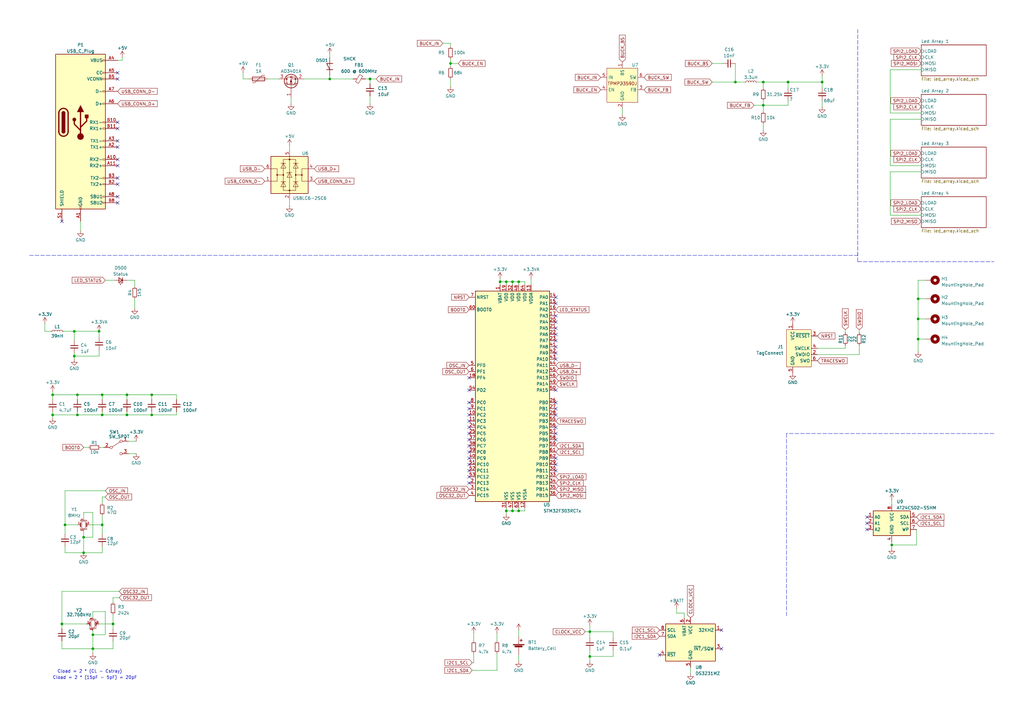
<source format=kicad_sch>
(kicad_sch (version 20230121) (generator eeschema)
  (paper "A3")
  (title_block (title "Wordclock") (rev "0.0.1"))
  (junction (at 376.555 130.81))
  (junction (at 34.29 226.695))
  (junction (at 301.625 33.655))
  (junction (at 30.48 135.89))
  (junction (at 313.055 33.655))
  (junction (at 31.75 170.18))
  (junction (at 376.555 139.065))
  (junction (at 41.91 170.18))
  (junction (at 323.215 33.655))
  (junction (at 30.48 146.05))
  (junction (at 210.185 115.57))
  (junction (at 337.185 33.655))
  (junction (at 210.185 209.55))
  (junction (at 41.91 215.265))
  (junction (at 40.64 135.89))
  (junction (at 21.59 161.925))
  (junction (at 313.055 43.18))
  (junction (at 41.91 161.925))
  (junction (at 38.1 266.065))
  (junction (at 52.07 170.18))
  (junction (at 151.765 32.385))
  (junction (at 46.355 255.905))
  (junction (at 212.725 115.57))
  (junction (at 62.23 170.18))
  (junction (at 38.1 260.35))
  (junction (at 135.255 32.385))
  (junction (at 241.935 269.24))
  (junction (at 365.76 223.52))
  (junction (at 241.935 259.08))
  (junction (at 207.645 209.55))
  (junction (at 184.785 26.035))
  (junction (at 26.67 215.265))
  (junction (at 205.105 115.57))
  (junction (at 31.75 161.925))
  (junction (at 207.645 115.57))
  (junction (at 25.4 255.905))
  (junction (at 52.07 161.925))
  (junction (at 212.725 209.55))
  (junction (at 34.29 220.345))
  (junction (at 62.23 161.925))
  (junction (at 376.555 122.555))
  (junction (at 21.59 170.18))
  (no_connect (at 227.965 177.8))
  (no_connect (at 227.965 147.32))
  (no_connect (at 227.965 193.04))
  (no_connect (at 192.405 165.1))
  (no_connect (at 227.965 165.1))
  (no_connect (at 48.26 52.705))
  (no_connect (at 192.405 190.5))
  (no_connect (at 295.91 266.065))
  (no_connect (at 227.965 121.92))
  (no_connect (at 227.965 167.64))
  (no_connect (at 192.405 185.42))
  (no_connect (at 48.26 67.945))
  (no_connect (at 192.405 182.88))
  (no_connect (at 227.965 160.02))
  (no_connect (at 227.965 190.5))
  (no_connect (at 192.405 154.94))
  (no_connect (at 192.405 170.18))
  (no_connect (at 25.4 90.805))
  (no_connect (at 355.6 214.63))
  (no_connect (at 227.965 132.08))
  (no_connect (at 48.26 73.025))
  (no_connect (at 192.405 195.58))
  (no_connect (at 48.26 32.385))
  (no_connect (at 192.405 187.96))
  (no_connect (at 227.965 139.7))
  (no_connect (at 227.965 129.54))
  (no_connect (at 192.405 167.64))
  (no_connect (at 227.965 144.78))
  (no_connect (at 227.965 187.96))
  (no_connect (at 192.405 160.02))
  (no_connect (at 48.26 80.645))
  (no_connect (at 270.51 268.605))
  (no_connect (at 192.405 177.8))
  (no_connect (at 48.26 65.405))
  (no_connect (at 355.6 212.09))
  (no_connect (at 192.405 193.04))
  (no_connect (at 192.405 180.34))
  (no_connect (at 192.405 198.12))
  (no_connect (at 227.965 134.62))
  (no_connect (at 48.26 50.165))
  (no_connect (at 227.965 180.34))
  (no_connect (at 48.26 60.325))
  (no_connect (at 227.965 137.16))
  (no_connect (at 192.405 172.72))
  (no_connect (at 192.405 175.26))
  (no_connect (at 355.6 217.17))
  (no_connect (at 227.965 175.26))
  (no_connect (at 227.965 124.46))
  (no_connect (at 48.26 57.785))
  (no_connect (at 48.26 83.185))
  (no_connect (at 227.965 142.24))
  (no_connect (at 48.26 29.845))
  (no_connect (at 48.26 75.565))
  (no_connect (at 295.91 258.445))
  (no_connect (at 227.965 170.18))
  (wire (pts (xy 301.625 33.655) (xy 305.435 33.655)))
  (wire (pts (xy 26.67 224.155) (xy 26.67 226.695)))
  (wire (pts (xy 72.39 161.925) (xy 72.39 163.83)))
  (wire (pts (xy 52.705 180.975) (xy 55.88 180.975)))
  (wire (pts (xy 36.83 215.265) (xy 41.91 215.265)))
  (wire (pts (xy 46.355 245.11) (xy 48.895 245.11)))
  (wire (pts (xy 41.91 224.155) (xy 41.91 226.695)))
  (wire (pts (xy 25.4 255.905) (xy 35.56 255.905)))
  (wire (pts (xy 309.245 43.18) (xy 313.055 43.18)))
  (wire (pts (xy 352.425 141.605) (xy 352.425 145.415)))
  (wire (pts (xy 376.555 114.935) (xy 379.73 114.935)))
  (wire (pts (xy 52.07 161.925) (xy 52.07 163.83)))
  (wire (pts (xy 33.02 90.805) (xy 33.02 94.615)))
  (wire (pts (xy 215.265 115.57) (xy 215.265 116.84)))
  (wire (pts (xy 21.59 161.925) (xy 31.75 161.925)))
  (wire (pts (xy 30.48 135.89) (xy 26.035 135.89)))
  (wire (pts (xy 210.185 208.28) (xy 210.185 209.55)))
  (wire (pts (xy 26.67 201.295) (xy 26.67 215.265)))
  (wire (pts (xy 212.725 115.57) (xy 212.725 116.84)))
  (wire (pts (xy 151.765 32.385) (xy 154.305 32.385)))
  (wire (pts (xy 21.59 161.925) (xy 21.59 163.83)))
  (wire (pts (xy 62.23 163.83) (xy 62.23 161.925)))
  (wire (pts (xy 207.645 209.55) (xy 210.185 209.55)))
  (wire (pts (xy 41.91 215.265) (xy 41.91 219.075)))
  (wire (pts (xy 210.185 209.55) (xy 212.725 209.55)))
  (wire (pts (xy 365.125 88.265) (xy 377.825 88.265)))
  (wire (pts (xy 99.695 32.385) (xy 102.235 32.385)))
  (wire (pts (xy 365.125 48.895) (xy 365.125 67.945)))
  (wire (pts (xy 62.23 170.18) (xy 72.39 170.18)))
  (wire (pts (xy 21.59 170.18) (xy 31.75 170.18)))
  (wire (pts (xy 241.935 256.54) (xy 241.935 259.08)))
  (wire (pts (xy 207.645 209.55) (xy 207.645 210.82)))
  (wire (pts (xy 149.86 32.385) (xy 151.765 32.385)))
  (wire (pts (xy 210.185 115.57) (xy 210.185 116.84)))
  (wire (pts (xy 212.725 115.57) (xy 215.265 115.57)))
  (wire (pts (xy 194.31 259.715) (xy 194.31 262.89)))
  (wire (pts (xy 31.75 161.925) (xy 41.91 161.925)))
  (wire (pts (xy 34.29 220.345) (xy 34.29 226.695)))
  (wire (pts (xy 38.1 260.35) (xy 38.1 258.445)))
  (wire (pts (xy 124.46 32.385) (xy 135.255 32.385)))
  (wire (pts (xy 365.125 46.355) (xy 377.825 46.355)))
  (wire (pts (xy 352.425 145.415) (xy 335.28 145.415)))
  (wire (pts (xy 241.935 269.24) (xy 241.935 271.145)))
  (wire (pts (xy 30.48 139.7) (xy 30.48 135.89)))
  (wire (pts (xy 34.29 212.725) (xy 34.29 210.185)))
  (wire (pts (xy 38.1 253.365) (xy 38.1 250.825)))
  (wire (pts (xy 50.165 23.495) (xy 50.165 24.765)))
  (wire (pts (xy 46.355 252.095) (xy 46.355 255.905)))
  (wire (pts (xy 217.805 114.3) (xy 217.805 116.84)))
  (wire (pts (xy 377.825 70.485) (xy 365.125 70.485)))
  (wire (pts (xy 38.1 260.35) (xy 38.1 266.065)))
  (wire (pts (xy 43.18 114.935) (xy 46.99 114.935)))
  (wire (pts (xy 41.91 161.925) (xy 41.91 163.83)))
  (wire (pts (xy 151.765 32.385) (xy 151.765 34.29)))
  (wire (pts (xy 41.91 168.91) (xy 41.91 170.18)))
  (wire (pts (xy 323.215 33.655) (xy 323.215 36.195)))
  (wire (pts (xy 346.71 142.875) (xy 335.28 142.875)))
  (wire (pts (xy 292.1 26.035) (xy 296.545 26.035)))
  (wire (pts (xy 18.415 132.715) (xy 18.415 135.89)))
  (wire (pts (xy 72.39 170.18) (xy 72.39 168.91)))
  (wire (pts (xy 212.725 208.28) (xy 212.725 209.55)))
  (wire (pts (xy 26.67 219.075) (xy 26.67 215.265)))
  (wire (pts (xy 313.055 41.275) (xy 313.055 43.18)))
  (wire (pts (xy 43.18 201.295) (xy 26.67 201.295)))
  (wire (pts (xy 41.91 161.925) (xy 52.07 161.925)))
  (wire (pts (xy 365.125 67.945) (xy 377.825 67.945)))
  (wire (pts (xy 251.46 259.08) (xy 251.46 261.62)))
  (wire (pts (xy 283.21 273.685) (xy 283.21 276.225)))
  (wire (pts (xy 38.1 250.825) (xy 43.18 250.825)))
  (wire (pts (xy 118.745 81.915) (xy 118.745 84.455)))
  (wire (pts (xy 365.76 222.25) (xy 365.76 223.52)))
  (wire (pts (xy 193.675 274.955) (xy 203.835 274.955)))
  (wire (pts (xy 377.825 48.895) (xy 365.125 48.895)))
  (wire (pts (xy 41.91 211.455) (xy 41.91 215.265)))
  (wire (pts (xy 184.785 32.385) (xy 184.785 35.56)))
  (wire (pts (xy 31.75 170.18) (xy 41.91 170.18)))
  (wire (pts (xy 38.1 220.345) (xy 34.29 220.345)))
  (wire (pts (xy 184.785 26.035) (xy 184.785 27.305)))
  (wire (pts (xy 30.48 146.05) (xy 40.64 146.05)))
  (wire (pts (xy 135.255 32.385) (xy 144.78 32.385)))
  (wire (pts (xy 205.105 115.57) (xy 205.105 116.84)))
  (wire (pts (xy 40.64 255.905) (xy 46.355 255.905)))
  (wire (pts (xy 31.75 161.925) (xy 31.75 163.83)))
  (wire (pts (xy 46.355 262.89) (xy 46.355 266.065)))
  (wire (pts (xy 18.415 135.89) (xy 20.955 135.89)))
  (wire (pts (xy 207.645 115.57) (xy 207.645 116.84)))
  (wire (pts (xy 205.105 114.3) (xy 205.105 115.57)))
  (wire (pts (xy 277.495 251.46) (xy 280.67 251.46)))
  (wire (pts (xy 184.785 24.13) (xy 184.785 26.035)))
  (wire (pts (xy 241.935 259.08) (xy 241.935 261.62)))
  (wire (pts (xy 277.495 249.555) (xy 277.495 251.46)))
  (wire (pts (xy 181.61 17.78) (xy 184.785 17.78)))
  (wire (pts (xy 151.765 39.37) (xy 151.765 42.545)))
  (wire (pts (xy 210.185 115.57) (xy 212.725 115.57)))
  (wire (pts (xy 40.64 146.05) (xy 40.64 143.51)))
  (wire (pts (xy 55.245 114.935) (xy 55.245 117.475)))
  (wire (pts (xy 376.555 139.065) (xy 379.73 139.065)))
  (wire (pts (xy 376.555 139.065) (xy 376.555 130.81)))
  (wire (pts (xy 118.745 59.69) (xy 118.745 61.595)))
  (wire (pts (xy 25.4 255.905) (xy 25.4 242.57)))
  (wire (pts (xy 337.185 41.275) (xy 337.185 43.815)))
  (wire (pts (xy 365.76 205.105) (xy 365.76 207.01)))
  (polyline (pts (xy 351.79 107.315) (xy 407.67 107.315)) (stroke (width 0) (type dash)))
  (wire (pts (xy 365.76 223.52) (xy 375.92 223.52)))
  (polyline (pts (xy 12.065 104.775) (xy 351.79 104.775)) (stroke (width 0) (type dash)))
  (wire (pts (xy 376.555 122.555) (xy 376.555 114.935)))
  (wire (pts (xy 43.18 260.35) (xy 38.1 260.35)))
  (wire (pts (xy 41.275 183.515) (xy 42.545 183.515)))
  (wire (pts (xy 323.215 43.18) (xy 313.055 43.18)))
  (wire (pts (xy 280.67 251.46) (xy 280.67 253.365)))
  (wire (pts (xy 52.705 186.055) (xy 55.88 186.055)))
  (wire (pts (xy 46.355 266.065) (xy 38.1 266.065)))
  (wire (pts (xy 135.255 31.115) (xy 135.255 32.385)))
  (wire (pts (xy 375.92 223.52) (xy 375.92 217.17)))
  (wire (pts (xy 187.96 26.035) (xy 184.785 26.035)))
  (wire (pts (xy 43.18 250.825) (xy 43.18 260.35)))
  (polyline (pts (xy 322.58 177.8) (xy 322.58 252.73)) (stroke (width 0) (type dash)))
  (wire (pts (xy 109.855 32.385) (xy 114.3 32.385)))
  (wire (pts (xy 207.645 208.28) (xy 207.645 209.55)))
  (wire (pts (xy 41.91 203.835) (xy 41.91 206.375)))
  (wire (pts (xy 46.355 247.015) (xy 46.355 245.11)))
  (wire (pts (xy 21.59 168.91) (xy 21.59 170.18)))
  (wire (pts (xy 34.29 217.805) (xy 34.29 220.345)))
  (wire (pts (xy 38.1 210.185) (xy 38.1 220.345)))
  (wire (pts (xy 207.645 115.57) (xy 210.185 115.57)))
  (wire (pts (xy 323.215 33.655) (xy 337.185 33.655)))
  (wire (pts (xy 346.71 135.255) (xy 346.71 136.525)))
  (wire (pts (xy 203.835 274.955) (xy 203.835 267.97)))
  (wire (pts (xy 52.07 114.935) (xy 55.245 114.935)))
  (wire (pts (xy 41.91 170.18) (xy 52.07 170.18)))
  (wire (pts (xy 34.29 183.515) (xy 36.195 183.515)))
  (wire (pts (xy 52.07 168.91) (xy 52.07 170.18)))
  (wire (pts (xy 31.75 168.91) (xy 31.75 170.18)))
  (wire (pts (xy 346.71 141.605) (xy 346.71 142.875)))
  (wire (pts (xy 313.055 50.8) (xy 313.055 53.34)))
  (wire (pts (xy 313.055 33.655) (xy 313.055 36.195)))
  (wire (pts (xy 212.725 268.605) (xy 212.725 271.145)))
  (wire (pts (xy 40.64 138.43) (xy 40.64 135.89)))
  (wire (pts (xy 301.625 26.035) (xy 301.625 33.655)))
  (wire (pts (xy 215.265 209.55) (xy 215.265 208.28)))
  (wire (pts (xy 40.64 135.89) (xy 30.48 135.89)))
  (wire (pts (xy 313.055 33.655) (xy 323.215 33.655)))
  (wire (pts (xy 365.76 223.52) (xy 365.76 224.79)))
  (wire (pts (xy 50.165 24.765) (xy 48.26 24.765)))
  (polyline (pts (xy 351.79 104.775) (xy 351.79 103.505)))
  (wire (pts (xy 46.355 255.905) (xy 46.355 257.81)))
  (wire (pts (xy 365.125 28.575) (xy 365.125 46.355)))
  (wire (pts (xy 30.48 146.05) (xy 30.48 147.32)))
  (wire (pts (xy 41.91 226.695) (xy 34.29 226.695)))
  (wire (pts (xy 241.935 259.08) (xy 251.46 259.08)))
  (wire (pts (xy 25.4 242.57) (xy 48.895 242.57)))
  (wire (pts (xy 62.23 168.91) (xy 62.23 170.18)))
  (wire (pts (xy 26.67 215.265) (xy 31.75 215.265)))
  (wire (pts (xy 352.425 135.255) (xy 352.425 136.525)))
  (wire (pts (xy 193.675 271.78) (xy 194.31 271.78)))
  (wire (pts (xy 376.555 130.81) (xy 376.555 122.555)))
  (wire (pts (xy 323.215 41.275) (xy 323.215 43.18)))
  (wire (pts (xy 365.125 70.485) (xy 365.125 88.265)))
  (wire (pts (xy 203.835 259.715) (xy 203.835 262.89)))
  (wire (pts (xy 25.4 257.81) (xy 25.4 255.905)))
  (wire (pts (xy 376.555 144.145) (xy 376.555 139.065)))
  (wire (pts (xy 337.185 31.115) (xy 337.185 33.655)))
  (wire (pts (xy 212.725 258.445) (xy 212.725 260.985)))
  (wire (pts (xy 99.695 29.845) (xy 99.695 32.385)))
  (wire (pts (xy 21.59 160.655) (xy 21.59 161.925)))
  (wire (pts (xy 21.59 170.18) (xy 21.59 171.45)))
  (wire (pts (xy 205.105 115.57) (xy 207.645 115.57)))
  (wire (pts (xy 313.055 43.18) (xy 313.055 45.72)))
  (wire (pts (xy 135.255 22.225) (xy 135.255 23.495)))
  (wire (pts (xy 241.935 266.7) (xy 241.935 269.24)))
  (wire (pts (xy 337.185 33.655) (xy 337.185 36.195)))
  (wire (pts (xy 25.4 262.89) (xy 25.4 266.065)))
  (wire (pts (xy 52.07 170.18) (xy 62.23 170.18)))
  (wire (pts (xy 376.555 130.81) (xy 379.73 130.81)))
  (wire (pts (xy 25.4 266.065) (xy 38.1 266.065)))
  (wire (pts (xy 301.625 33.655) (xy 292.1 33.655)))
  (wire (pts (xy 251.46 269.24) (xy 241.935 269.24)))
  (wire (pts (xy 52.07 161.925) (xy 62.23 161.925)))
  (wire (pts (xy 26.67 226.695) (xy 34.29 226.695)))
  (wire (pts (xy 377.825 28.575) (xy 365.125 28.575)))
  (wire (pts (xy 251.46 266.7) (xy 251.46 269.24)))
  (wire (pts (xy 55.245 122.555) (xy 55.245 126.365)))
  (wire (pts (xy 38.1 266.065) (xy 38.1 267.97)))
  (wire (pts (xy 212.725 209.55) (xy 215.265 209.55)))
  (wire (pts (xy 43.18 203.835) (xy 41.91 203.835)))
  (wire (pts (xy 34.29 210.185) (xy 38.1 210.185)))
  (wire (pts (xy 30.48 144.78) (xy 30.48 146.05)))
  (wire (pts (xy 310.515 33.655) (xy 313.055 33.655)))
  (polyline (pts (xy 407.67 177.8) (xy 322.58 177.8)) (stroke (width 0) (type dash)))
  (wire (pts (xy 62.23 161.925) (xy 72.39 161.925)))
  (wire (pts (xy 376.555 122.555) (xy 379.73 122.555)))
  (wire (pts (xy 255.27 44.45) (xy 255.27 46.99)))
  (polyline (pts (xy 351.79 107.315) (xy 351.79 12.065)) (stroke (width 0) (type dash)))
  (wire (pts (xy 184.785 17.78) (xy 184.785 19.05)))
  (wire (pts (xy 240.03 259.08) (xy 241.935 259.08)))
  (wire (pts (xy 119.38 40.005) (xy 119.38 42.545)))
  (wire (pts (xy 194.31 271.78) (xy 194.31 267.97)))
  (text "Cload = 2 * (15pF - 5pF) = 20pF" (at 21.59 278.765 0) (effects (font (size 1.27 1.27)) (justify left bottom)))
  (text "Cload = 2 * (CL - Cstray)" (at 23.495 276.225 0) (effects (font (size 1.27 1.27)) (justify left bottom)))
  (global_label "OSC_IN" (shape input) (at 43.18 201.295 0) (property "Intersheetrefs" "${INTERSHEET_REFS}" (effects hide)))
  (global_label "SPI2_LOAD" (shape input) (at 377.825 20.955 180) (property "Intersheetrefs" "${INTERSHEET_REFS}" (effects hide)))
  (global_label "OSC_OUT" (shape input) (at 192.405 152.4 180) (property "Intersheetrefs" "${INTERSHEET_REFS}" (effects hide)))
  (global_label "BUCK_IN" (shape input) (at 154.305 32.385 0) (property "Intersheetrefs" "${INTERSHEET_REFS}" (effects hide)))
  (global_label "BUCK_FB" (shape input) (at 309.245 43.18 180) (property "Intersheetrefs" "${INTERSHEET_REFS}" (effects hide)))
  (global_label "OSC_IN" (shape input) (at 192.405 149.86 180) (property "Intersheetrefs" "${INTERSHEET_REFS}" (effects hide)))
  (global_label "I2C1_SCL" (shape input) (at 227.965 185.42 0) (property "Intersheetrefs" "${INTERSHEET_REFS}" (effects hide)))
  (global_label "I2C1_SDA" (shape input) (at 193.675 274.955 180) (property "Intersheetrefs" "${INTERSHEET_REFS}" (effects hide)))
  (global_label "USB_D+" (shape input) (at 227.965 152.4 0) (property "Intersheetrefs" "${INTERSHEET_REFS}" (effects hide)))
  (global_label "USB_D-" (shape input) (at 108.585 69.215 180) (property "Intersheetrefs" "${INTERSHEET_REFS}" (effects hide)))
  (global_label "I2C1_SDA" (shape input) (at 270.51 260.985 180) (property "Intersheetrefs" "${INTERSHEET_REFS}" (effects hide)))
  (global_label "CLOCK_VCC" (shape input) (at 240.03 259.08 180) (property "Intersheetrefs" "${INTERSHEET_REFS}" (effects hide)))
  (global_label "OSC32_OUT" (shape input) (at 192.405 203.2 180) (property "Intersheetrefs" "${INTERSHEET_REFS}" (effects hide)))
  (global_label "USB_D-" (shape input) (at 227.965 149.86 0) (property "Intersheetrefs" "${INTERSHEET_REFS}" (effects hide)))
  (global_label "SPI2_LOAD" (shape input) (at 377.825 62.865 180) (property "Intersheetrefs" "${INTERSHEET_REFS}" (effects hide)))
  (global_label "SPI2_MOSI" (shape input) (at 377.825 26.035 180) (property "Intersheetrefs" "${INTERSHEET_REFS}" (effects hide)))
  (global_label "BOOT0" (shape input) (at 34.29 183.515 180) (property "Intersheetrefs" "${INTERSHEET_REFS}" (effects hide)))
  (global_label "BUCK_SW" (shape input) (at 292.1 33.655 180) (property "Intersheetrefs" "${INTERSHEET_REFS}" (effects hide)))
  (global_label "BUCK_SW" (shape input) (at 264.16 31.75 0) (property "Intersheetrefs" "${INTERSHEET_REFS}" (effects hide)))
  (global_label "BUCK_IN" (shape input) (at 246.38 31.75 180) (property "Intersheetrefs" "${INTERSHEET_REFS}" (effects hide)))
  (global_label "SPI2_MISO" (shape input) (at 227.965 200.66 0) (property "Intersheetrefs" "${INTERSHEET_REFS}" (effects hide)))
  (global_label "SPI2_MOSI" (shape input) (at 227.965 203.2 0) (property "Intersheetrefs" "${INTERSHEET_REFS}" (effects hide)))
  (global_label "NRST" (shape input) (at 192.405 121.92 180) (property "Intersheetrefs" "${INTERSHEET_REFS}" (effects hide)))
  (global_label "I2C1_SCL" (shape input) (at 270.51 258.445 180) (property "Intersheetrefs" "${INTERSHEET_REFS}" (effects hide)))
  (global_label "SPI2_MISO" (shape input) (at 377.825 90.805 180) (property "Intersheetrefs" "${INTERSHEET_REFS}" (effects hide)))
  (global_label "USB_D+" (shape input) (at 128.905 69.215 0) (property "Intersheetrefs" "${INTERSHEET_REFS}" (effects hide)))
  (global_label "BUCK_EN" (shape input) (at 246.38 36.83 180) (property "Intersheetrefs" "${INTERSHEET_REFS}" (effects hide)))
  (global_label "BUCK_IN" (shape input) (at 181.61 17.78 180) (property "Intersheetrefs" "${INTERSHEET_REFS}" (effects hide)))
  (global_label "SPI2_LOAD" (shape input) (at 377.825 41.275 180) (property "Intersheetrefs" "${INTERSHEET_REFS}" (effects hide)))
  (global_label "I2C1_SDA" (shape input) (at 375.92 212.09 0) (property "Intersheetrefs" "${INTERSHEET_REFS}" (effects hide)))
  (global_label "USB_CONN_D+" (shape input) (at 128.905 74.295 0) (property "Intersheetrefs" "${INTERSHEET_REFS}" (effects hide)))
  (global_label "SPI2_LOAD" (shape input) (at 227.965 195.58 0) (property "Intersheetrefs" "${INTERSHEET_REFS}" (effects hide)))
  (global_label "BUCK_EN" (shape input) (at 187.96 26.035 0) (property "Intersheetrefs" "${INTERSHEET_REFS}" (effects hide)))
  (global_label "USB_CONN_D-" (shape input) (at 48.26 37.465 0) (property "Intersheetrefs" "${INTERSHEET_REFS}" (effects hide)))
  (global_label "BUCK_FB" (shape input) (at 264.16 36.83 0) (property "Intersheetrefs" "${INTERSHEET_REFS}" (effects hide)))
  (global_label "SPI2_CLK" (shape input) (at 377.825 85.725 180) (property "Intersheetrefs" "${INTERSHEET_REFS}" (effects hide)))
  (global_label "USB_CONN_D+" (shape input) (at 48.26 42.545 0) (property "Intersheetrefs" "${INTERSHEET_REFS}" (effects hide)))
  (global_label "SWDIO" (shape input) (at 352.425 135.255 90) (property "Intersheetrefs" "${INTERSHEET_REFS}" (effects hide)))
  (global_label "OSC_OUT" (shape input) (at 43.18 203.835 0) (property "Intersheetrefs" "${INTERSHEET_REFS}" (effects hide)))
  (global_label "OSC32_IN" (shape input) (at 192.405 200.66 180) (property "Intersheetrefs" "${INTERSHEET_REFS}" (effects hide)))
  (global_label "SWCLK" (shape input) (at 346.71 135.255 90) (property "Intersheetrefs" "${INTERSHEET_REFS}" (effects hide)))
  (global_label "LED_STATUS" (shape input) (at 227.965 127 0) (property "Intersheetrefs" "${INTERSHEET_REFS}" (effects hide)))
  (global_label "BOOT0" (shape input) (at 192.405 127 180) (property "Intersheetrefs" "${INTERSHEET_REFS}" (effects hide)))
  (global_label "SPI2_LOAD" (shape input) (at 377.825 83.185 180) (property "Intersheetrefs" "${INTERSHEET_REFS}" (effects hide)))
  (global_label "OSC32_IN" (shape input) (at 48.895 242.57 0) (property "Intersheetrefs" "${INTERSHEET_REFS}" (effects hide)))
  (global_label "I2C1_SCL" (shape input) (at 375.92 214.63 0) (property "Intersheetrefs" "${INTERSHEET_REFS}" (effects hide)))
  (global_label "SPI2_CLK" (shape input) (at 227.965 198.12 0) (property "Intersheetrefs" "${INTERSHEET_REFS}" (effects hide)))
  (global_label "SWDIO" (shape input) (at 227.965 154.94 0) (property "Intersheetrefs" "${INTERSHEET_REFS}" (effects hide)))
  (global_label "SPI2_CLK" (shape input) (at 377.825 43.815 180) (property "Intersheetrefs" "${INTERSHEET_REFS}" (effects hide)))
  (global_label "I2C1_SCL" (shape input) (at 193.675 271.78 180) (property "Intersheetrefs" "${INTERSHEET_REFS}" (effects hide)))
  (global_label "I2C1_SDA" (shape input) (at 227.965 182.88 0) (property "Intersheetrefs" "${INTERSHEET_REFS}" (effects hide)))
  (global_label "BUCK_BS" (shape input) (at 255.27 25.4 90) (property "Intersheetrefs" "${INTERSHEET_REFS}" (effects hide)))
  (global_label "LED_STATUS" (shape input) (at 43.18 114.935 180) (property "Intersheetrefs" "${INTERSHEET_REFS}" (effects hide)))
  (global_label "SPI2_CLK" (shape input) (at 377.825 65.405 180) (property "Intersheetrefs" "${INTERSHEET_REFS}" (effects hide)))
  (global_label "TRACESWO" (shape input) (at 227.965 172.72 0) (property "Intersheetrefs" "${INTERSHEET_REFS}" (effects hide)))
  (global_label "OSC32_OUT" (shape input) (at 48.895 245.11 0) (property "Intersheetrefs" "${INTERSHEET_REFS}" (effects hide)))
  (global_label "NRST" (shape input) (at 335.28 137.795 0) (property "Intersheetrefs" "${INTERSHEET_REFS}" (effects hide)))
  (global_label "TRACESWO" (shape input) (at 335.28 147.955 0) (property "Intersheetrefs" "${INTERSHEET_REFS}" (effects hide)))
  (global_label "USB_CONN_D-" (shape input) (at 108.585 74.295 180) (property "Intersheetrefs" "${INTERSHEET_REFS}" (effects hide)))
  (global_label "SWCLK" (shape input) (at 227.965 157.48 0) (property "Intersheetrefs" "${INTERSHEET_REFS}" (effects hide)))
  (global_label "SPI2_CLK" (shape input) (at 377.825 23.495 180) (property "Intersheetrefs" "${INTERSHEET_REFS}" (effects hide)))
  (global_label "CLOCK_VCC" (shape input) (at 283.21 253.365 90) (property "Intersheetrefs" "${INTERSHEET_REFS}" (effects hide)))
  (global_label "BUCK_BS" (shape input) (at 292.1 26.035 180) (property "Intersheetrefs" "${INTERSHEET_REFS}" (effects hide)))
  (symbol (lib_id "power:+3.3V") (at 203.835 259.715 0) (unit 1)
    (property "Reference" "#PWR0106" (effects hide))
    (property "Value" "+3.3V" (at 203.835 255.905 0))
  )
  (symbol (lib_id "power:+3.3V") (at 205.105 114.3 0) (unit 1)
    (property "Reference" "#PWR0101" (effects hide))
    (property "Value" "+3.3V" (at 205.105 110.49 0))
  )
  (symbol (lib_id "power:GND") (at 38.1 267.97 0) (mirror y) (unit 1)
    (property "Reference" "#PWR0134" (effects hide))
    (property "Value" "GND" (at 38.1 271.78 0))
  )
  (symbol (lib_id "power:GND") (at 255.27 46.99 0) (unit 1)
    (property "Reference" "#PWR0113" (effects hide))
    (property "Value" "GND" (at 255.27 50.8 0))
  )
  (symbol (lib_id "power:GND") (at 55.245 126.365 0) (unit 1)
    (property "Reference" "#PWR0126" (effects hide))
    (property "Value" "GND" (at 55.245 130.175 0))
  )
  (symbol (lib_id "power:GND") (at 34.29 226.695 0) (mirror y) (unit 1)
    (property "Reference" "#PWR0130" (effects hide))
    (property "Value" "GND" (at 34.29 230.505 0))
  )
  (symbol (lib_id "power:GND") (at 118.745 84.455 0) (unit 1)
    (property "Reference" "#PWR0132" (effects hide))
    (property "Value" "GND" (at 118.745 88.265 0))
  )
  (symbol (lib_id "Device:L_Small") (at 307.975 33.655 90) (unit 1)
    (property "Reference" "L2" (at 307.975 29.21 90))
    (property "Value" "3.3uH" (at 307.975 31.75 90))
    (property "Footprint" "Inductor_SMD:L_0402_1005Metric" (effects hide))
  )
  (symbol (lib_id "power:GND") (at 337.185 43.815 0) (unit 1)
    (property "Reference" "#PWR0110" (effects hide))
    (property "Value" "GND" (at 337.185 47.625 0))
  )
  (symbol (lib_id "power:+5V") (at 50.165 23.495 0) (unit 1)
    (property "Reference" "#PWR0131" (effects hide))
    (property "Value" "+5V" (at 50.165 19.685 0))
  )
  (symbol (lib_id "power:GND") (at 376.555 144.145 0) (unit 1)
    (property "Reference" "#PWR0115" (effects hide))
    (property "Value" "GND" (at 376.555 147.955 0))
  )
  (symbol (lib_id "power:+5V") (at 99.695 29.845 0) (unit 1)
    (property "Reference" "#PWR0133" (effects hide))
    (property "Value" "+5V" (at 99.695 26.035 0))
  )
  (symbol (lib_id "Connector:USB_C_Plug") (at 33.02 50.165 0) (unit 1)
    (property "Reference" "P1" (at 33.02 18.415 0))
    (property "Value" "USB_C_Plug" (at 33.02 20.955 0))
    (property "Footprint" "Connector_USB:USB_C_Receptacle_GCT_USB4115-03-C" (effects hide))
    (property "Datasheet" "https://www.usb.org/sites/default/files/documents/usb_type-c.zip" (effects hide))
  )
  (symbol (lib_id "Device:C_Small") (at 30.48 142.24 0) (unit 1)
    (property "Reference" "C4" (at 33.02 141.6113 0) (effects (justify left)))
    (property "Value" "1uF" (at 33.02 144.1513 0) (effects (justify left)))
    (property "Footprint" "Capacitor_SMD:C_0402_1005Metric" (effects hide))
  )
  (symbol (lib_id "Device:L_Small") (at 23.495 135.89 90) (unit 1)
    (property "Reference" "L1" (at 23.495 133.985 90))
    (property "Value" "39nH" (at 23.495 137.795 90))
    (property "Footprint" "Inductor_SMD:L_Sunlord_MWSA0518S" (effects hide))
  )
  (symbol (lib_id "Device:R_Small") (at 38.735 183.515 90) (unit 1)
    (property "Reference" "R1" (at 38.735 181.61 90))
    (property "Value" "10k" (at 38.735 185.42 90))
    (property "Footprint" "Resistor_SMD:R_0603_1608Metric" (effects hide))
  )
  (symbol (lib_id "power:GND") (at 365.76 224.79 0) (unit 1)
    (property "Reference" "#PWR0117" (effects hide))
    (property "Value" "GND" (at 365.76 228.6 0))
  )
  (symbol (lib_id "Device:C_Small") (at 299.085 26.035 270) (unit 1)
    (property "Reference" "C16" (at 299.0786 20.32 90))
    (property "Value" "10nF" (at 299.0786 22.86 90))
    (property "Footprint" "Capacitor_SMD:C_0603_1608Metric" (effects hide))
  )
  (symbol (lib_id "Device:R_Small") (at 46.355 249.555 0) (unit 1)
    (property "Reference" "R3" (at 48.26 248.92 0) (effects (justify left)))
    (property "Value" "242k" (at 48.26 251.46 0) (effects (justify left)))
    (property "Footprint" "Resistor_SMD:R_0805_2012Metric" (effects hide))
  )
  (symbol (lib_id "power:+BATT") (at 277.495 249.555 0) (unit 1)
    (property "Reference" "#PWR0109" (effects hide))
    (property "Value" "+BATT" (at 277.495 246.38 0))
  )
  (symbol (lib_id "Device:Crystal_GND24_Small") (at 38.1 255.905 0) (unit 1)
    (property "Reference" "Y2" (at 32.385 250.19 0))
    (property "Value" "32.768kHz" (at 32.385 252.095 0))
    (property "Footprint" "Crystal:Crystal_SMD_3225-4Pin_3.2x2.5mm" (effects hide))
  )
  (symbol (lib_id "Switch:SW_SPDT") (at 47.625 183.515 0) (unit 1)
    (property "Reference" "SW1" (at 46.99 177.165 0))
    (property "Value" "SW_SPDT" (at 48.895 179.07 0))
    (property "Footprint" "Button_Switch_SMD:SW_SPDT_PCM12" (effects hide))
  )
  (symbol (lib_id "Device:C_Small") (at 41.91 166.37 0) (unit 1)
    (property "Reference" "C7" (at 44.45 165.7413 0) (effects (justify left)))
    (property "Value" "100nF" (at 44.45 168.2813 0) (effects (justify left)))
    (property "Footprint" "Capacitor_SMD:C_0402_1005Metric" (effects hide))
  )
  (symbol (lib_id "Device:C_Small") (at 31.75 166.37 0) (unit 1)
    (property "Reference" "C5" (at 34.29 165.7413 0) (effects (justify left)))
    (property "Value" "100nF" (at 34.29 168.2813 0) (effects (justify left)))
    (property "Footprint" "Capacitor_SMD:C_0402_1005Metric" (effects hide))
  )
  (symbol (lib_id "power:GND") (at 151.765 42.545 0) (unit 1)
    (property "Reference" "#PWR0137" (effects hide))
    (property "Value" "GND" (at 151.765 46.355 0))
  )
  (symbol (lib_id "power:GND") (at 283.21 276.225 0) (unit 1)
    (property "Reference" "#PWR0125" (effects hide))
    (property "Value" "GND" (at 283.21 280.035 0))
  )
  (symbol (lib_id "Device:C_Small") (at 241.935 264.16 0) (unit 1)
    (property "Reference" "C14" (at 244.475 263.5313 0) (effects (justify left)))
    (property "Value" "1uF" (at 244.475 266.0713 0) (effects (justify left)))
    (property "Footprint" "Capacitor_SMD:C_0402_1005Metric" (effects hide))
  )
  (symbol (lib_id "Device:C_Small") (at 251.46 264.16 0) (unit 1)
    (property "Reference" "C15" (at 254 263.5313 0) (effects (justify left)))
    (property "Value" "0.1uF" (at 254 266.0713 0) (effects (justify left)))
    (property "Footprint" "Capacitor_SMD:C_0402_1005Metric" (effects hide))
  )
  (symbol (lib_id "power:+3.3V") (at 337.185 31.115 0) (unit 1)
    (property "Reference" "#PWR0111" (effects hide))
    (property "Value" "+3.3V" (at 337.185 27.305 0))
  )
  (symbol (lib_id "Device:Polyfuse") (at 106.045 32.385 90) (unit 1)
    (property "Reference" "F1" (at 106.045 26.67 90))
    (property "Value" "1A" (at 106.045 29.21 90))
    (property "Footprint" "Fuse:Fuse_1206_3216Metric" (effects hide))
  )
  (symbol (lib_id "Device:R_Small") (at 194.31 265.43 0) (unit 1)
    (property "Reference" "R7" (at 196.215 264.795 0) (effects (justify left)))
    (property "Value" "4.7k" (at 196.215 267.335 0) (effects (justify left)))
    (property "Footprint" "Resistor_SMD:R_0402_1005Metric" (effects hide))
  )
  (symbol (lib_id "MCU_ST_STM32F3:STM32F303RCTx") (at 210.185 162.56 0) (unit 1)
    (property "Reference" "U5" (at 222.885 207.01 0) (effects (justify left)))
    (property "Value" "STM32F303RCTx" (at 222.885 209.55 0) (effects (justify left)))
    (property "Footprint" "Package_QFP:LQFP-64_10x10mm_P0.5mm" (effects hide))
    (property "Datasheet" "http://www.st.com/st-web-ui/static/active/en/resource/technical/document/datasheet/DM00058181.pdf" (effects hide))
  )
  (symbol (lib_id "power:GND") (at 207.645 210.82 0) (unit 1)
    (property "Reference" "#PWR0105" (effects hide))
    (property "Value" "GND" (at 207.645 214.63 0))
  )
  (symbol (lib_id "Timer_RTC:DS3231MZ") (at 283.21 263.525 0) (unit 1)
    (property "Reference" "U8" (at 285.1659 273.685 0) (effects (justify left)))
    (property "Value" "DS3231MZ" (at 285.1659 276.225 0) (effects (justify left)))
    (property "Footprint" "Package_SO:SOIC-8_3.9x4.9mm_P1.27mm" (effects hide))
    (property "Datasheet" "http://datasheets.maximintegrated.com/en/ds/DS3231M.pdf" (effects hide))
  )
  (symbol (lib_id "Memory_EEPROM:AT24CS02-SSHM") (at 365.76 214.63 0) (unit 1)
    (property "Reference" "U9" (at 367.7159 205.74 0) (effects (justify left)))
    (property "Value" "AT24CS02-SSHM" (at 367.7159 208.28 0) (effects (justify left)))
    (property "Footprint" "Package_SO:SOIC-8_3.9x4.9mm_P1.27mm" (effects hide))
    (property "Datasheet" "http://ww1.microchip.com/downloads/en/DeviceDoc/Atmel-8815-SEEPROM-AT24CS01-02-Datasheet.pdf" (effects hide))
  )
  (symbol (lib_id "Device:C_Small") (at 62.23 166.37 0) (unit 1)
    (property "Reference" "C11" (at 64.77 165.7413 0) (effects (justify left)))
    (property "Value" "100nF" (at 64.77 168.2813 0) (effects (justify left)))
    (property "Footprint" "Capacitor_SMD:C_0402_1005Metric" (effects hide))
  )
  (symbol (lib_id "power:+3.3V") (at 55.88 180.975 0) (unit 1)
    (property "Reference" "#PWR0120" (effects hide))
    (property "Value" "+3.3V" (at 55.88 177.165 0))
  )
  (symbol (lib_id "Device:C_Small") (at 25.4 260.35 0) (unit 1)
    (property "Reference" "C2" (at 27.94 259.0737 0) (effects (justify left)))
    (property "Value" "20pF" (at 27.94 260.985 0) (effects (justify left)))
    (property "Footprint" "Capacitor_SMD:C_0603_1608Metric" (effects hide))
  )
  (symbol (lib_id "Device:Crystal_GND24_Small") (at 34.29 215.265 0) (unit 1)
    (property "Reference" "Y1" (at 30.48 208.915 0))
    (property "Value" "8MHz" (at 30.48 211.455 0))
    (property "Footprint" "Crystal:Crystal_SMD_3225-4Pin_3.2x2.5mm" (effects hide))
  )
  (symbol (lib_id "power:+3.3V") (at 18.415 132.715 0) (unit 1)
    (property "Reference" "#PWR0128" (effects hide))
    (property "Value" "+3.3V" (at 18.415 128.905 0))
  )
  (symbol (lib_id "power:+3.3V") (at 325.12 132.715 0) (unit 1)
    (property "Reference" "#PWR0112" (effects hide))
    (property "Value" "+3.3V" (at 325.12 128.905 0))
  )
  (symbol (lib_id "power:GND") (at 313.055 53.34 0) (unit 1)
    (property "Reference" "#PWR0114" (effects hide))
    (property "Value" "GND" (at 313.055 57.15 0))
  )
  (symbol (lib_id "Device:R_Small") (at 203.835 265.43 0) (unit 1)
    (property "Reference" "R8" (at 205.74 264.795 0) (effects (justify left)))
    (property "Value" "4.7k" (at 205.74 267.335 0) (effects (justify left)))
    (property "Footprint" "Resistor_SMD:R_0402_1005Metric" (effects hide))
  )
  (symbol (lib_id "power:GND") (at 212.725 271.145 0) (unit 1)
    (property "Reference" "#PWR0107" (effects hide))
    (property "Value" "GND" (at 212.725 274.955 0))
  )
  (symbol (lib_id "Device:C_Small") (at 26.67 221.615 0) (unit 1)
    (property "Reference" "C3" (at 28.575 220.3387 0) (effects (justify left)))
    (property "Value" "12pF" (at 28.575 222.25 0) (effects (justify left)))
    (property "Footprint" "Capacitor_SMD:C_0603_1608Metric" (effects hide))
  )
  (symbol (lib_id "Device:R_Small") (at 55.245 120.015 180) (unit 1)
    (property "Reference" "R4" (at 53.34 120.015 90))
    (property "Value" "1k5" (at 57.15 120.015 90))
    (property "Footprint" "Resistor_SMD:R_0402_1005Metric" (effects hide))
  )
  (symbol (lib_id "power:GND") (at 33.02 94.615 0) (unit 1)
    (property "Reference" "#PWR0127" (effects hide))
    (property "Value" "GND" (at 33.02 98.425 0))
  )
  (symbol (lib_id "power:+3.3VA") (at 40.64 135.89 0) (unit 1)
    (property "Reference" "#PWR0129" (effects hide))
    (property "Value" "+3.3VA" (at 40.64 132.08 0))
  )
  (symbol (lib_id "Connector:Conn_ARM_SWD_TagConnect_TC2030") (at 327.66 142.875 0) (unit 1) (in_bom no)
    (property "Reference" "J1" (at 321.31 142.24 0) (effects (justify right)))
    (property "Value" "TagConnect" (at 321.31 144.78 0) (effects (justify right)))
    (property "Footprint" "Connector:Tag-Connect_TC2030-IDC-FP_2x03_P1.27mm_Vertical" (effects hide))
    (property "Datasheet" "https://www.tag-connect.com/wp-content/uploads/bsk-pdf-manager/TC2030-CTX_1.pdf" (effects hide))
  )
  (symbol (lib_id "Device:C_Small") (at 323.215 38.735 0) (unit 1)
    (property "Reference" "C17" (at 323.85 36.83 0) (effects (justify left)))
    (property "Value" "?" (at 323.85 40.64 0) (effects (justify left)))
    (property "Footprint" "Capacitor_SMD:C_0603_1608Metric" (effects hide))
  )
  (symbol (lib_id "Device:C_Small") (at 72.39 166.37 0) (unit 1)
    (property "Reference" "C12" (at 74.93 165.7413 0) (effects (justify left)))
    (property "Value" "100nF" (at 74.93 168.2813 0) (effects (justify left)))
    (property "Footprint" "Capacitor_SMD:C_0402_1005Metric" (effects hide))
  )
  (symbol (lib_id "power:+3.3V") (at 21.59 160.655 0) (unit 1)
    (property "Reference" "#PWR0122" (effects hide))
    (property "Value" "+3.3V" (at 21.59 156.845 0))
  )
  (symbol (lib_id "Device:C_Small") (at 52.07 166.37 0) (unit 1)
    (property "Reference" "C10" (at 54.61 165.7413 0) (effects (justify left)))
    (property "Value" "100nF" (at 54.61 168.2813 0) (effects (justify left)))
    (property "Footprint" "Capacitor_SMD:C_0402_1005Metric" (effects hide))
  )
  (symbol (lib_id "Device:C_Small") (at 21.59 166.37 0) (unit 1)
    (property "Reference" "C1" (at 24.13 165.7413 0) (effects (justify left)))
    (property "Value" "4.7uF" (at 24.13 168.2813 0) (effects (justify left)))
    (property "Footprint" "Capacitor_SMD:C_0603_1608Metric" (effects hide))
  )
  (symbol (lib_id "Mechanical:MountingHole_Pad") (at 382.27 139.065 270) (unit 1)
    (property "Reference" "H4" (at 386.08 138.43 90) (effects (justify left)))
    (property "Value" "MountingHole_Pad" (at 386.08 140.97 90) (effects (justify left)))
    (property "Footprint" "MountingHole:MountingHole_4.3mm_M4_Pad_Via" (effects hide))
  )
  (symbol (lib_id "Evan:TPMP2359DJ") (at 255.27 34.29 0) (unit 1)
    (property "Reference" "U7" (at 259.08 26.67 0) (effects (justify left)))
    (property "Value" "~" (at 255.27 34.29 0))
    (property "Footprint" "Package_TO_SOT_SMD:SOT-23-6" (effects hide))
  )
  (symbol (lib_id "Device:R_Small") (at 184.785 29.845 180) (unit 1)
    (property "Reference" "R6" (at 179.705 29.845 0) (effects (justify right)))
    (property "Value" "68k" (at 186.055 29.845 0) (effects (justify right)))
    (property "Footprint" "Resistor_SMD:R_0805_2012Metric" (effects hide))
  )
  (symbol (lib_id "power:+3.3V") (at 365.76 205.105 0) (unit 1)
    (property "Reference" "#PWR0116" (effects hide))
    (property "Value" "+3.3V" (at 365.76 201.295 0))
  )
  (symbol (lib_id "Device:Battery_Cell") (at 212.725 266.065 0) (unit 1)
    (property "Reference" "BT1" (at 216.535 263.398 0) (effects (justify left)))
    (property "Value" "Battery_Cell" (at 216.535 265.938 0) (effects (justify left)))
    (property "Footprint" "Battery:BatteryHolder_Keystone_3002_1x2032" (effects hide))
  )
  (symbol (lib_id "Device:FerriteBead_Small") (at 147.32 32.385 90) (unit 1)
    (property "Reference" "FB1" (at 147.2819 26.67 90))
    (property "Value" "600 @ 600MHz" (at 147.2819 29.21 90))
    (property "Footprint" "Inductor_SMD:L_0805_2012Metric" (effects hide))
  )
  (symbol (lib_id "power:GND") (at 241.935 271.145 0) (unit 1)
    (property "Reference" "#PWR0103" (effects hide))
    (property "Value" "GND" (at 241.935 274.955 0))
  )
  (symbol (lib_id "Device:R_Small") (at 352.425 139.065 0) (unit 1)
    (property "Reference" "R12" (at 354.33 139.065 90))
    (property "Value" "22" (at 350.52 139.065 90))
    (property "Footprint" "Resistor_SMD:R_0603_1608Metric" (effects hide))
  )
  (symbol (lib_id "Device:D_Shockley") (at 135.255 27.305 90) (unit 1)
    (property "Reference" "D501" (at 134.62 24.765 90) (effects (justify left)))
    (property "Value" "SHCK" (at 146.05 24.13 90) (effects (justify left)))
    (property "Footprint" "Diode_SMD:D_SOD-123" (effects hide))
  )
  (symbol (lib_id "Device:R_Small") (at 184.785 21.59 180) (unit 1)
    (property "Reference" "R5" (at 179.705 21.59 0) (effects (justify right)))
    (property "Value" "100k" (at 186.055 21.59 0) (effects (justify right)))
    (property "Footprint" "Resistor_SMD:R_0805_2012Metric" (effects hide))
  )
  (symbol (lib_id "Device:R_Small") (at 346.71 139.065 180) (unit 1)
    (property "Reference" "R11" (at 344.805 139.065 90))
    (property "Value" "22" (at 348.615 139.065 90))
    (property "Footprint" "Resistor_SMD:R_0603_1608Metric" (effects hide))
  )
  (symbol (lib_id "power:+3.3V") (at 194.31 259.715 0) (unit 1)
    (property "Reference" "#PWR0124" (effects hide))
    (property "Value" "+3.3V" (at 194.31 255.905 0))
  )
  (symbol (lib_id "power:GND") (at 55.88 186.055 0) (mirror y) (unit 1)
    (property "Reference" "#PWR0121" (effects hide))
    (property "Value" "GND" (at 55.88 189.865 0))
  )
  (symbol (lib_id "power:+5V") (at 135.255 22.225 0) (unit 1)
    (property "Reference" "#PWR0135" (effects hide))
    (property "Value" "+5V" (at 135.255 18.415 0))
  )
  (symbol (lib_id "power:GND") (at 325.12 153.035 0) (unit 1)
    (property "Reference" "#PWR0118" (effects hide))
    (property "Value" "GND" (at 325.12 156.845 0))
  )
  (symbol (lib_id "power:+3.3V") (at 241.935 256.54 0) (unit 1)
    (property "Reference" "#PWR0108" (effects hide))
    (property "Value" "+3.3V" (at 241.935 252.73 0))
  )
  (symbol (lib_id "Device:R_Small") (at 313.055 38.735 180) (unit 1)
    (property "Reference" "R9" (at 308.61 38.735 0) (effects (justify right)))
    (property "Value" "31.25k" (at 314.325 38.735 0) (effects (justify right)))
    (property "Footprint" "Resistor_SMD:R_0805_2012Metric" (effects hide))
  )
  (symbol (lib_id "Device:C_Small") (at 46.355 260.35 0) (unit 1)
    (property "Reference" "C9" (at 48.895 259.715 0) (effects (justify left)))
    (property "Value" "20pF" (at 48.895 261.62 0) (effects (justify left)))
    (property "Footprint" "Capacitor_SMD:C_0603_1608Metric" (effects hide))
  )
  (symbol (lib_id "Device:R_Small") (at 41.91 208.915 0) (unit 1)
    (property "Reference" "R2" (at 43.815 208.28 0) (effects (justify left)))
    (property "Value" "47Ω" (at 43.815 210.185 0) (effects (justify left)))
    (property "Footprint" "Resistor_SMD:R_0402_1005Metric" (effects hide))
  )
  (symbol (lib_id "Transistor_FET:AO3401A") (at 119.38 34.925 90) (unit 1)
    (property "Reference" "Q1" (at 119.38 26.67 90))
    (property "Value" "AO3401A" (at 119.38 29.21 90))
    (property "Footprint" "Package_TO_SOT_SMD:SOT-23" (effects hide))
    (property "Datasheet" "http://www.aosmd.com/pdfs/datasheet/AO3401A.pdf" (effects hide))
  )
  (symbol (lib_id "Device:C_Small") (at 40.64 140.97 0) (unit 1)
    (property "Reference" "C6" (at 43.18 140.3413 0) (effects (justify left)))
    (property "Value" "10nF" (at 43.18 142.8813 0) (effects (justify left)))
    (property "Footprint" "Capacitor_SMD:C_0402_1005Metric" (effects hide))
  )
  (symbol (lib_id "power:GND") (at 119.38 42.545 0) (unit 1)
    (property "Reference" "#PWR0138" (effects hide))
    (property "Value" "GND" (at 119.38 46.355 0))
  )
  (symbol (lib_id "Device:LED_Small") (at 49.53 114.935 180) (unit 1)
    (property "Reference" "D500" (at 49.4665 109.855 0))
    (property "Value" "Status" (at 49.4665 112.395 0))
    (property "Footprint" "LED_SMD:LED_0603_1608Metric" (effects hide))
  )
  (symbol (lib_id "Mechanical:MountingHole_Pad") (at 382.27 130.81 270) (unit 1)
    (property "Reference" "H3" (at 386.08 130.175 90) (effects (justify left)))
    (property "Value" "MountingHole_Pad" (at 386.08 132.715 90) (effects (justify left)))
    (property "Footprint" "MountingHole:MountingHole_4.3mm_M4_Pad_Via" (effects hide))
  )
  (symbol (lib_id "power:GND") (at 30.48 147.32 0) (unit 1)
    (property "Reference" "#PWR0123" (effects hide))
    (property "Value" "GND" (at 30.48 151.13 0))
  )
  (symbol (lib_id "Power_Protection:USBLC6-2SC6") (at 118.745 71.755 0) (unit 1)
    (property "Reference" "U6" (at 123.825 62.865 0) (effects (justify left)))
    (property "Value" "USBLC6-2SC6" (at 120.015 81.28 0) (effects (justify left)))
    (property "Footprint" "Package_TO_SOT_SMD:SOT-23-6" (effects hide))
    (property "Datasheet" "https://www.st.com/resource/en/datasheet/usblc6-2.pdf" (effects hide))
  )
  (symbol (lib_id "Mechanical:MountingHole_Pad") (at 382.27 114.935 270) (unit 1)
    (property "Reference" "H1" (at 386.08 114.3 90) (effects (justify left)))
    (property "Value" "MountingHole_Pad" (at 386.08 116.84 90) (effects (justify left)))
    (property "Footprint" "MountingHole:MountingHole_4.3mm_M4_Pad_Via" (effects hide))
  )
  (symbol (lib_id "power:GND") (at 184.785 35.56 0) (unit 1)
    (property "Reference" "#PWR0136" (effects hide))
    (property "Value" "GND" (at 184.785 39.37 0))
  )
  (symbol (lib_id "Device:R_Small") (at 313.055 48.26 180) (unit 1)
    (property "Reference" "R10" (at 307.975 48.26 0) (effects (justify right)))
    (property "Value" "10k" (at 314.325 48.26 0) (effects (justify right)))
    (property "Footprint" "Resistor_SMD:R_0805_2012Metric" (effects hide))
  )
  (symbol (lib_id "power:+BATT") (at 212.725 258.445 0) (unit 1)
    (property "Reference" "#PWR0104" (effects hide))
    (property "Value" "+BATT" (effects hide))
  )
  (symbol (lib_id "Device:C_Small") (at 337.185 38.735 0) (unit 1)
    (property "Reference" "C18" (at 337.82 36.83 0) (effects (justify left)))
    (property "Value" "68uF" (at 337.82 41.275 0) (effects (justify left)))
    (property "Footprint" "Capacitor_SMD:C_0603_1608Metric" (effects hide))
  )
  (symbol (lib_id "Device:C_Small") (at 151.765 36.83 0) (unit 1)
    (property "Reference" "C13" (at 154.94 36.2013 0) (effects (justify left)))
    (property "Value" "10uF" (at 154.94 38.7413 0) (effects (justify left)))
    (property "Footprint" "Capacitor_SMD:C_0805_2012Metric" (effects hide))
  )
  (symbol (lib_id "Mechanical:MountingHole_Pad") (at 382.27 122.555 270) (unit 1)
    (property "Reference" "H2" (at 386.08 121.92 90) (effects (justify left)))
    (property "Value" "MountingHole_Pad" (at 386.08 124.46 90) (effects (justify left)))
    (property "Footprint" "MountingHole:MountingHole_4.3mm_M4_Pad_Via" (effects hide))
  )
  (symbol (lib_id "power:GND") (at 21.59 171.45 0) (unit 1)
    (property "Reference" "#PWR0119" (effects hide))
    (property "Value" "GND" (at 21.59 175.26 0))
  )
  (symbol (lib_id "power:+3.3VA") (at 217.805 114.3 0) (unit 1)
    (property "Reference" "#PWR0102" (effects hide))
    (property "Value" "+3.3VA" (at 217.805 110.49 0))
  )
  (symbol (lib_id "Device:C_Small") (at 41.91 221.615 0) (unit 1)
    (property "Reference" "C8" (at 43.815 220.9737 0) (effects (justify left)))
    (property "Value" "12pF" (at 43.815 222.885 0) (effects (justify left)))
    (property "Footprint" "Capacitor_SMD:C_0603_1608Metric" (effects hide))
  )
  (symbol (lib_id "power:+5V") (at 118.745 59.69 0) (unit 1)
    (property "Reference" "#PWR0139" (effects hide))
    (property "Value" "+5V" (at 118.745 55.88 0))
  )
  (sheet (at 377.825 38.735) (size 26.67 12.7) (stroke (width 0.1524))
    (property "Sheetname" "Led Array 2" (at 377.825 38.0234 0) (effects (justify left bottom)))
    (property "Sheetfile" "led_array.kicad_sch" (at 377.825 52.0196 0) (effects (justify left top)))
    (pin "LOAD" input (at 377.825 41.275 180))
    (pin "CLK" input (at 377.825 43.815 180))
    (pin "MOSI" input (at 377.825 46.355 180))
    (pin "MISO" input (at 377.825 48.895 180))
  )
  (sheet (at 377.825 80.645) (size 26.67 12.7) (stroke (width 0.1524))
    (property "Sheetname" "Led Array 4" (at 377.825 79.9334 0) (effects (justify left bottom)))
    (property "Sheetfile" "led_array.kicad_sch" (at 377.825 93.9296 0) (effects (justify left top)))
    (pin "LOAD" input (at 377.825 83.185 180))
    (pin "CLK" input (at 377.825 85.725 180))
    (pin "MOSI" input (at 377.825 88.265 180))
    (pin "MISO" input (at 377.825 90.805 180))
  )
  (sheet (at 377.825 18.415) (size 26.67 12.7) (stroke (width 0.1524))
    (property "Sheetname" "Led Array 1" (at 377.825 17.7034 0) (effects (justify left bottom)))
    (property "Sheetfile" "led_array.kicad_sch" (at 377.825 31.6996 0) (effects (justify left top)))
    (pin "LOAD" input (at 377.825 20.955 180))
    (pin "CLK" input (at 377.825 23.495 180))
    (pin "MOSI" input (at 377.825 26.035 180))
    (pin "MISO" input (at 377.825 28.575 180))
  )
  (sheet (at 377.825 60.325) (size 26.67 12.7) (stroke (width 0.1524))
    (property "Sheetname" "Led Array 3" (at 377.825 59.6134 0) (effects (justify left bottom)))
    (property "Sheetfile" "led_array.kicad_sch" (at 377.825 73.6096 0) (effects (justify left top)))
    (pin "LOAD" input (at 377.825 62.865 180))
    (pin "CLK" input (at 377.825 65.405 180))
    (pin "MOSI" input (at 377.825 67.945 180))
    (pin "MISO" input (at 377.825 70.485 180))
  )
)
</source>
